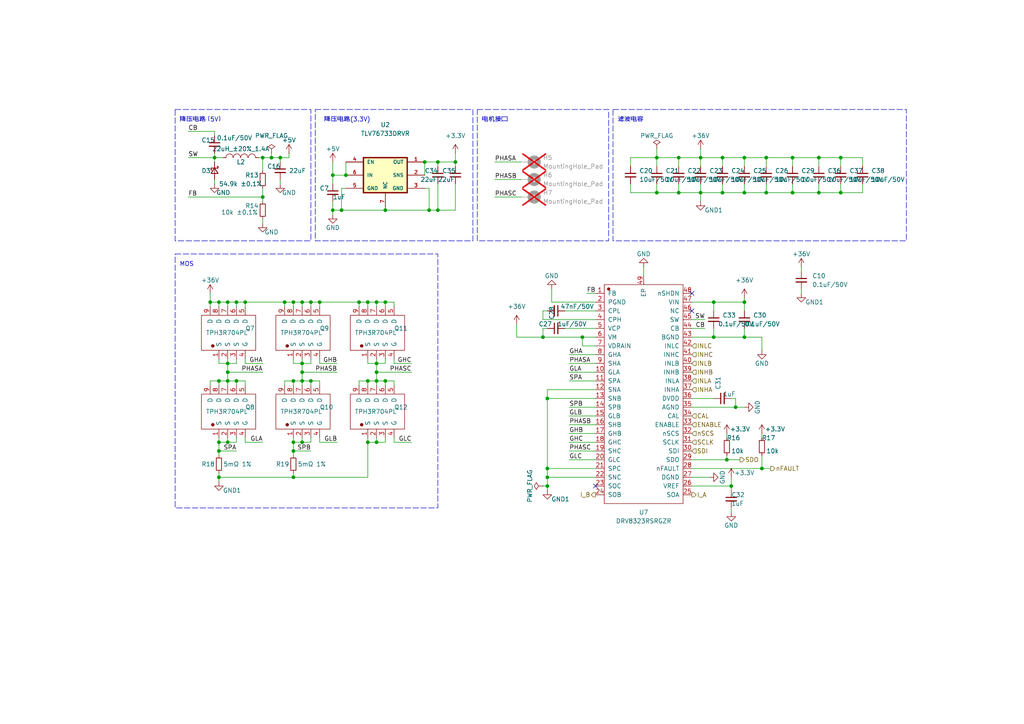
<source format=kicad_sch>
(kicad_sch (version 20250114) (generator "eeschema") (generator_version "9.0")
  (paper "A4")
  (lib_symbols
    (symbol "Library:+3.3V" (power) (pin_numbers (hide yes)) (pin_names (offset 0) (hide yes))
      (property "Value" "+3.3V" (at 0 3.556 0))
      (symbol "+3.3V_1_1"
        (pin power_in line (at 0 0 90) (length 0) (name "~") (number "1"))
      )
    )
    (symbol "Library:+36V" (power) (pin_numbers (hide yes)) (pin_names (offset 0) (hide yes))
      (property "Value" "+36V" (at 0 3.556 0))
      (symbol "+36V_1_1"
        (pin power_in line (at 0 0 90) (length 0) (name "~") (number "1"))
      )
    )
    (symbol "Library:+5V" (power) (pin_numbers (hide yes)) (pin_names (offset 0) (hide yes))
      (property "Value" "+5V" (at 0 3.556 0))
      (symbol "+5V_1_1"
        (pin power_in line (at 0 0 90) (length 0) (name "~") (number "1"))
      )
    )
    (symbol "Library:C_Small" (pin_numbers (hide yes)) (pin_names (offset 0.254) (hide yes))
      (property "Reference" "C" (at 0.254 1.778 0))
      (property "Value" "C_Small" (at 0.254 -2.032 0))
      (symbol "C_Small_1_1"
        (pin passive line (at 0 2.54 270) (length 2.032) (name "~") (number "1"))
        (pin passive line (at 0 -2.54 90) (length 2.032) (name "~") (number "2"))
      )
    )
    (symbol "Library:DRV8323RSRGZR" (pin_names (offset 1.016))
      (property "Reference" "U" (at 0 37.3126 0))
      (property "Value" "DRV8323RSRGZR" (at 0 42.3926 0))
      (symbol "DRV8323RSRGZR_1_1"
        (pin input line (at -13.97 29.21 0) (length 2.54) (name "FB") (number "1"))
        (pin power_in line (at -13.97 26.67 0) (length 2.54) (name "PGND") (number "2"))
        (pin passive line (at -13.97 24.13 0) (length 2.54) (name "CPL") (number "3"))
        (pin passive line (at -13.97 21.59 0) (length 2.54) (name "CPH") (number "4"))
        (pin power_out line (at -13.97 19.05 0) (length 2.54) (name "VCP") (number "5"))
        (pin power_in line (at -13.97 16.51 0) (length 2.54) (name "VM") (number "6"))
        (pin input line (at -13.97 13.97 0) (length 2.54) (name "VDRAIN") (number "7"))
        (pin output line (at -13.97 11.43 0) (length 2.54) (name "GHA") (number "8"))
        (pin input line (at -13.97 8.89 0) (length 2.54) (name "SHA") (number "9"))
        (pin output line (at -13.97 6.35 0) (length 2.54) (name "GLA") (number "10"))
        (pin input line (at -13.97 3.81 0) (length 2.54) (name "SPA") (number "11"))
        (pin input line (at -13.97 1.27 0) (length 2.54) (name "SNA") (number "12"))
        (pin input line (at -13.97 -1.27 0) (length 2.54) (name "SNB") (number "13"))
        (pin input line (at -13.97 -3.81 0) (length 2.54) (name "SPB") (number "14"))
        (pin output line (at -13.97 -6.35 0) (length 2.54) (name "GLB") (number "15"))
        (pin input line (at -13.97 -8.89 0) (length 2.54) (name "SHB") (number "16"))
        (pin output line (at -13.97 -11.43 0) (length 2.54) (name "GHB") (number "17"))
        (pin output line (at -13.97 -13.97 0) (length 2.54) (name "GHC") (number "18"))
        (pin input line (at -13.97 -16.51 0) (length 2.54) (name "SHC") (number "19"))
        (pin output line (at -13.97 -19.05 0) (length 2.54) (name "GLC") (number "20"))
        (pin input line (at -13.97 -21.59 0) (length 2.54) (name "SPC") (number "21"))
        (pin input line (at -13.97 -24.13 0) (length 2.54) (name "SNC") (number "22"))
        (pin output line (at -13.97 -26.67 0) (length 2.54) (name "SOC") (number "23"))
        (pin output line (at -13.97 -29.21 0) (length 2.54) (name "SOB") (number "24"))
        (pin passive line (at 0 34.29 270) (length 2.54) (name "EP") (number "49"))
        (pin input line (at 13.97 29.21 180) (length 2.54) (name "nSHDN") (number "48"))
        (pin power_in line (at 13.97 26.67 180) (length 2.54) (name "VIN") (number "47"))
        (pin passive line (at 13.97 24.13 180) (length 2.54) (name "NC") (number "46"))
        (pin output line (at 13.97 21.59 180) (length 2.54) (name "SW") (number "45"))
        (pin input line (at 13.97 19.05 180) (length 2.54) (name "CB") (number "44"))
        (pin power_in line (at 13.97 16.51 180) (length 2.54) (name "BGND") (number "43"))
        (pin input line (at 13.97 13.97 180) (length 2.54) (name "INLC") (number "42"))
        (pin input line (at 13.97 11.43 180) (length 2.54) (name "INHC") (number "41"))
        (pin input line (at 13.97 8.89 180) (length 2.54) (name "INLB") (number "40"))
        (pin input line (at 13.97 6.35 180) (length 2.54) (name "INHB") (number "39"))
        (pin input line (at 13.97 3.81 180) (length 2.54) (name "INLA") (number "38"))
        (pin input line (at 13.97 1.27 180) (length 2.54) (name "INHA") (number "37"))
        (pin power_out line (at 13.97 -1.27 180) (length 2.54) (name "DVDD") (number "36"))
        (pin power_in line (at 13.97 -3.81 180) (length 2.54) (name "AGND") (number "35"))
        (pin input line (at 13.97 -6.35 180) (length 2.54) (name "CAL") (number "34"))
        (pin input line (at 13.97 -8.89 180) (length 2.54) (name "ENABLE") (number "33"))
        (pin input line (at 13.97 -11.43 180) (length 2.54) (name "nSCS") (number "32"))
        (pin bidirectional line (at 13.97 -13.97 180) (length 2.54) (name "SCLK") (number "31"))
        (pin bidirectional line (at 13.97 -16.51 180) (length 2.54) (name "SDI") (number "30"))
        (pin bidirectional line (at 13.97 -19.05 180) (length 2.54) (name "SDO") (number "29"))
        (pin output line (at 13.97 -21.59 180) (length 2.54) (name "nFAULT") (number "28"))
        (pin power_in line (at 13.97 -24.13 180) (length 2.54) (name "DGND") (number "27"))
        (pin power_in line (at 13.97 -26.67 180) (length 2.54) (name "VREF") (number "26"))
        (pin output line (at 13.97 -29.21 180) (length 2.54) (name "SOA") (number "25"))
      )
    )
    (symbol "Library:D_Schottky_Small" (pin_numbers (hide yes)) (pin_names (offset 0.254) (hide yes))
      (property "Reference" "D" (at -1.27 2.032 0))
      (property "Value" "D_Schottky_Small" (at -7.112 -2.032 0))
      (symbol "D_Schottky_Small_1_1"
        (pin passive line (at -2.54 0 0) (length 1.778) (name "K") (number "1"))
        (pin passive line (at 2.54 0 180) (length 1.778) (name "A") (number "2"))
      )
    )
    (symbol "Library:GND" (power) (pin_numbers (hide yes)) (pin_names (offset 0) (hide yes))
      (property "Value" "GND" (at 0 -3.81 0))
      (symbol "GND_1_1"
        (pin power_in line (at 0 0 270) (length 0) (name "~") (number "1"))
      )
    )
    (symbol "Library:GND1" (power) (pin_numbers (hide yes)) (pin_names (offset 0) (hide yes))
      (property "Value" "GND1" (at 0 -3.81 0))
      (symbol "GND1_1_1"
        (pin power_in line (at 0 0 270) (length 0) (name "~") (number "1"))
      )
    )
    (symbol "Library:LQH5BPB220MT0L_22uH_±20%_1.4A" (pin_numbers (hide yes)) (pin_names (offset 1.016) (hide yes))
      (property "Reference" "L" (at 0 3.6322 0))
      (property "Value" "LQH5BPB220MT0L_22uH_±20%_1.4A" (at 0 8.7122 0))
      (symbol "LQH5BPB220MT0L_22uH_±20%_1.4A_1_1"
        (pin input line (at -5.08 0 0) (length 0.762) (name "1") (number "1"))
        (pin input line (at 5.08 0 180) (length 0.762) (name "2") (number "2"))
      )
    )
    (symbol "Library:MountingHole_Pad" (pin_numbers (hide yes)) (pin_names (offset 1.016) (hide yes)) (exclude_from_sim yes) (in_bom no)
      (property "Reference" "H" (at 0 6.35 0))
      (property "Value" "MountingHole_Pad" (at 0 4.445 0))
      (symbol "MountingHole_Pad_1_1"
        (pin input line (at 0 -2.54 90) (length 2.54) (name "1") (number "1"))
      )
    )
    (symbol "Library:PWR_FLAG" (power) (pin_numbers (hide yes)) (pin_names (offset 0) (hide yes))
      (property "Value" "PWR_FLAG" (at 0 3.81 0))
      (symbol "PWR_FLAG_0_0"
        (pin power_out line (at 0 0 90) (length 0) (name "~") (number "1"))
      )
    )
    (symbol "Library:R_Small" (pin_numbers (hide yes)) (pin_names (offset 0.254) (hide yes))
      (property "Reference" "R" (at 0 0 90))
      (property "Value" "R_Small" (at 1.778 0 90))
      (symbol "R_Small_1_1"
        (pin passive line (at 0 2.54 270) (length 0.762) (name "~") (number "1"))
        (pin passive line (at 0 -2.54 90) (length 0.762) (name "~") (number "2"))
      )
    )
    (symbol "Library:TLV76733DRVR" (pin_names (offset 1.016))
      (property "Reference" "U" (at 0 6.35 0))
      (property "Value" "TLV76733DRVR" (at -20.32 -8.89 0))
      (symbol "TLV76733DRVR_0_0"
        (pin input line (at -11.43 3.81 0) (length 5.08) (name "EN") (number "4"))
        (pin power_in line (at -11.43 -3.81 0) (length 5.08) (name "GND") (number "5"))
        (pin input line (at 11.43 0 180) (length 5.08) (name "SNS") (number "2"))
      )
      (symbol "TLV76733DRVR_1_0"
        (pin power_in line (at -11.43 0 0) (length 5.08) (name "IN") (number "6"))
        (pin passive line (at 0 -10.16 90) (length 5.08) (name "NC") (number "7"))
        (pin power_out line (at 11.43 3.81 180) (length 5.08) (name "OUT") (number "1"))
        (pin power_in line (at 11.43 -3.81 180) (length 5.08) (name "GND") (number "3"))
      )
    )
    (symbol "Library:TPH3R704PL" (pin_names (offset 1.016))
      (property "Reference" "Q" (at 0 11.5062 0))
      (property "Value" "TPH3R704PL" (at 0 16.5862 0))
      (symbol "TPH3R704PL_1_1"
        (pin passive line (at -7.62 3.81 0) (length 2.54) (name "S") (number "1"))
        (pin passive line (at -7.62 1.27 0) (length 2.54) (name "S") (number "2"))
        (pin passive line (at -7.62 -1.27 0) (length 2.54) (name "S") (number "3"))
        (pin input line (at -7.62 -3.81 0) (length 2.54) (name "G") (number "4"))
        (pin passive line (at 7.62 6.35 180) (length 2.54) (name "D") (number "9"))
        (pin passive line (at 7.62 3.81 180) (length 2.54) (name "D") (number "8"))
        (pin passive line (at 7.62 1.27 180) (length 2.54) (name "D") (number "7"))
        (pin passive line (at 7.62 -1.27 180) (length 2.54) (name "D") (number "6"))
        (pin passive line (at 7.62 -3.81 180) (length 2.54) (name "D") (number "5"))
      )
    )
  )
  (rectangle (start 138.43 31.75) (end 176.53 69.85) (stroke (width 0) (type dash)))
  (rectangle (start 91.44 31.75) (end 137.16 69.85) (stroke (width 0) (type dash)))
  (rectangle (start 50.8 73.66) (end 127 147.32) (stroke (width 0) (type dash)))
  (rectangle (start 50.8 31.75) (end 90.17 69.85) (stroke (width 0) (type dash)))
  (rectangle (start 177.8 31.75) (end 262.89 69.85) (stroke (width 0) (type dash)))
  (text "滤波电容" (at 179.07 35.56 0) (effects (font (size 1.27 1.27)) (justify left bottom)))
  (text "降压电路(3.3V)" (at 93.98 35.56 0) (effects (font (size 1.27 1.27)) (justify left bottom)))
  (text "电机接口" (at 139.7 35.56 0) (effects (font (size 1.27 1.27)) (justify left bottom)))
  (text "降压电路（5V）" (at 52.07 35.56 0) (effects (font (size 1.27 1.27)) (justify left bottom)))
  (text "MOS" (at 52.07 77.47 0) (effects (font (size 1.27 1.27)) (justify left bottom)))
  (junction (at 229.87 45.72))
  (junction (at 158.75 138.43))
  (junction (at 85.09 128.27))
  (junction (at 82.55 87.63))
  (junction (at 87.63 105.41))
  (junction (at 96.52 50.8))
  (junction (at 63.5 130.81))
  (junction (at 158.75 115.57))
  (junction (at 99.06 60.96))
  (junction (at 222.25 55.88))
  (junction (at 63.5 110.49))
  (junction (at 212.09 140.97))
  (junction (at 243.84 55.88))
  (junction (at 196.85 55.88))
  (junction (at 190.5 45.72))
  (junction (at 85.09 138.43))
  (junction (at 209.55 55.88))
  (junction (at 132.08 46.99))
  (junction (at 229.87 55.88))
  (junction (at 222.25 45.72))
  (junction (at 62.23 45.72))
  (junction (at 87.63 87.63))
  (junction (at 123.19 46.99))
  (junction (at 104.14 87.63))
  (junction (at 71.12 87.63))
  (junction (at 109.22 105.41))
  (junction (at 106.68 128.27))
  (junction (at 127 46.99))
  (junction (at 87.63 110.49))
  (junction (at 111.76 87.63))
  (junction (at 63.5 128.27))
  (junction (at 196.85 45.72))
  (junction (at 68.58 87.63))
  (junction (at 209.55 45.72))
  (junction (at 96.52 60.96))
  (junction (at 109.22 110.49))
  (junction (at 111.76 110.49))
  (junction (at 207.01 97.79))
  (junction (at 203.2 55.88))
  (junction (at 215.9 87.63))
  (junction (at 215.9 55.88))
  (junction (at 63.5 87.63))
  (junction (at 63.5 138.43))
  (junction (at 237.49 55.88))
  (junction (at 237.49 45.72))
  (junction (at 203.2 45.72))
  (junction (at 81.28 45.72))
  (junction (at 158.75 135.89))
  (junction (at 215.9 45.72))
  (junction (at 90.17 87.63))
  (junction (at 76.2 45.72))
  (junction (at 109.22 107.95))
  (junction (at 111.76 60.96))
  (junction (at 85.09 87.63))
  (junction (at 76.2 57.15))
  (junction (at 106.68 110.49))
  (junction (at 109.22 128.27))
  (junction (at 66.04 110.49))
  (junction (at 220.98 135.89))
  (junction (at 243.84 45.72))
  (junction (at 124.46 60.96))
  (junction (at 85.09 110.49))
  (junction (at 190.5 55.88))
  (junction (at 68.58 110.49))
  (junction (at 87.63 107.95))
  (junction (at 85.09 130.81))
  (junction (at 157.48 97.79))
  (junction (at 90.17 110.49))
  (junction (at 66.04 128.27))
  (junction (at 66.04 87.63))
  (junction (at 207.01 87.63))
  (junction (at 78.74 45.72))
  (junction (at 66.04 105.41))
  (junction (at 109.22 87.63))
  (junction (at 215.9 97.79))
  (junction (at 158.75 140.97))
  (junction (at 106.68 87.63))
  (junction (at 210.82 133.35))
  (junction (at 100.33 50.8))
  (junction (at 168.91 97.79))
  (junction (at 66.04 107.95))
  (junction (at 87.63 128.27))
  (junction (at 213.36 118.11))
  (junction (at 60.96 87.63))
  (junction (at 92.71 87.63))
  (junction (at 127 60.96))
  (no_connect (at 200.66 85.09))
  (no_connect (at 172.72 140.97))
  (no_connect (at 200.66 90.17))
  (wire (pts (xy 85.09 138.43) (xy 63.5 138.43)))
  (wire (pts (xy 165.1 130.81) (xy 172.72 130.81)))
  (wire (pts (xy 106.68 128.27) (xy 106.68 138.43)))
  (wire (pts (xy 109.22 87.63) (xy 109.22 88.9)))
  (wire (pts (xy 157.48 90.17) (xy 157.48 92.71)))
  (wire (pts (xy 186.69 77.47) (xy 186.69 80.01)))
  (wire (pts (xy 87.63 105.41) (xy 90.17 105.41)))
  (wire (pts (xy 76.2 57.15) (xy 76.2 58.42)))
  (wire (pts (xy 66.04 110.49) (xy 66.04 111.76)))
  (wire (pts (xy 111.76 110.49) (xy 111.76 111.76)))
  (wire (pts (xy 157.48 97.79) (xy 149.86 97.79)))
  (wire (pts (xy 82.55 111.76) (xy 82.55 110.49)))
  (wire (pts (xy 158.75 135.89) (xy 172.72 135.89)))
  (wire (pts (xy 63.5 137.16) (xy 63.5 138.43)))
  (wire (pts (xy 220.98 135.89) (xy 200.66 135.89)))
  (wire (pts (xy 229.87 53.34) (xy 229.87 55.88)))
  (wire (pts (xy 71.12 127) (xy 71.12 128.27)))
  (wire (pts (xy 54.61 57.15) (xy 76.2 57.15)))
  (wire (pts (xy 190.5 53.34) (xy 190.5 55.88)))
  (wire (pts (xy 243.84 45.72) (xy 243.84 48.26)))
  (wire (pts (xy 165.1 105.41) (xy 172.72 105.41)))
  (wire (pts (xy 87.63 107.95) (xy 97.79 107.95)))
  (wire (pts (xy 85.09 105.41) (xy 87.63 105.41)))
  (wire (pts (xy 82.55 110.49) (xy 85.09 110.49)))
  (wire (pts (xy 165.1 110.49) (xy 172.72 110.49)))
  (wire (pts (xy 109.22 107.95) (xy 119.38 107.95)))
  (wire (pts (xy 106.68 128.27) (xy 109.22 128.27)))
  (wire (pts (xy 63.5 128.27) (xy 63.5 130.81)))
  (wire (pts (xy 158.75 115.57) (xy 158.75 135.89)))
  (wire (pts (xy 96.52 53.34) (xy 96.52 50.8)))
  (wire (pts (xy 196.85 55.88) (xy 203.2 55.88)))
  (wire (pts (xy 62.23 45.72) (xy 62.23 46.99)))
  (wire (pts (xy 207.01 95.25) (xy 207.01 97.79)))
  (wire (pts (xy 203.2 43.18) (xy 203.2 45.72)))
  (wire (pts (xy 215.9 87.63) (xy 215.9 90.17)))
  (wire (pts (xy 60.96 85.09) (xy 60.96 87.63)))
  (wire (pts (xy 76.2 63.5) (xy 76.2 64.77)))
  (wire (pts (xy 215.9 55.88) (xy 222.25 55.88)))
  (wire (pts (xy 85.09 128.27) (xy 87.63 128.27)))
  (wire (pts (xy 143.51 57.15) (xy 151.13 57.15)))
  (wire (pts (xy 111.76 105.41) (xy 111.76 104.14)))
  (wire (pts (xy 109.22 105.41) (xy 109.22 107.95)))
  (wire (pts (xy 200.66 118.11) (xy 213.36 118.11)))
  (wire (pts (xy 222.25 55.88) (xy 229.87 55.88)))
  (wire (pts (xy 123.19 46.99) (xy 123.19 50.8)))
  (wire (pts (xy 127 60.96) (xy 132.08 60.96)))
  (wire (pts (xy 111.76 127) (xy 111.76 128.27)))
  (wire (pts (xy 87.63 87.63) (xy 87.63 88.9)))
  (wire (pts (xy 63.5 130.81) (xy 63.5 132.08)))
  (wire (pts (xy 203.2 45.72) (xy 203.2 48.26)))
  (wire (pts (xy 63.5 127) (xy 63.5 128.27)))
  (wire (pts (xy 232.41 77.47) (xy 232.41 78.74)))
  (wire (pts (xy 99.06 60.96) (xy 111.76 60.96)))
  (wire (pts (xy 250.19 53.34) (xy 250.19 55.88)))
  (wire (pts (xy 54.61 45.72) (xy 62.23 45.72)))
  (wire (pts (xy 165.1 128.27) (xy 172.72 128.27)))
  (wire (pts (xy 203.2 55.88) (xy 209.55 55.88)))
  (wire (pts (xy 63.5 128.27) (xy 66.04 128.27)))
  (wire (pts (xy 90.17 127) (xy 90.17 128.27)))
  (wire (pts (xy 232.41 83.82) (xy 232.41 85.09)))
  (wire (pts (xy 132.08 53.34) (xy 132.08 60.96)))
  (wire (pts (xy 182.88 55.88) (xy 190.5 55.88)))
  (wire (pts (xy 223.52 135.89) (xy 220.98 135.89)))
  (wire (pts (xy 66.04 105.41) (xy 68.58 105.41)))
  (wire (pts (xy 63.5 104.14) (xy 63.5 105.41)))
  (wire (pts (xy 132.08 44.45) (xy 132.08 46.99)))
  (wire (pts (xy 109.22 87.63) (xy 111.76 87.63)))
  (wire (pts (xy 63.5 105.41) (xy 66.04 105.41)))
  (wire (pts (xy 66.04 87.63) (xy 66.04 88.9)))
  (wire (pts (xy 87.63 110.49) (xy 87.63 111.76)))
  (wire (pts (xy 182.88 48.26) (xy 182.88 45.72)))
  (wire (pts (xy 215.9 97.79) (xy 220.98 97.79)))
  (wire (pts (xy 114.3 110.49) (xy 114.3 111.76)))
  (wire (pts (xy 114.3 127) (xy 114.3 128.27)))
  (wire (pts (xy 158.75 140.97) (xy 158.75 142.24)))
  (wire (pts (xy 209.55 45.72) (xy 209.55 48.26)))
  (wire (pts (xy 143.51 46.99) (xy 151.13 46.99)))
  (wire (pts (xy 76.2 45.72) (xy 78.74 45.72)))
  (wire (pts (xy 172.72 138.43) (xy 158.75 138.43)))
  (wire (pts (xy 96.52 58.42) (xy 96.52 60.96)))
  (wire (pts (xy 62.23 45.72) (xy 62.23 44.45)))
  (wire (pts (xy 82.55 87.63) (xy 85.09 87.63)))
  (wire (pts (xy 78.74 45.72) (xy 81.28 45.72)))
  (wire (pts (xy 196.85 53.34) (xy 196.85 55.88)))
  (wire (pts (xy 92.71 105.41) (xy 97.79 105.41)))
  (wire (pts (xy 81.28 45.72) (xy 83.82 45.72)))
  (wire (pts (xy 124.46 54.61) (xy 124.46 60.96)))
  (wire (pts (xy 158.75 138.43) (xy 158.75 140.97)))
  (wire (pts (xy 85.09 130.81) (xy 85.09 132.08)))
  (wire (pts (xy 92.71 128.27) (xy 97.79 128.27)))
  (wire (pts (xy 66.04 110.49) (xy 68.58 110.49)))
  (wire (pts (xy 214.63 133.35) (xy 210.82 133.35)))
  (wire (pts (xy 143.51 52.07) (xy 151.13 52.07)))
  (wire (pts (xy 196.85 45.72) (xy 203.2 45.72)))
  (wire (pts (xy 81.28 52.07) (xy 81.28 53.34)))
  (wire (pts (xy 132.08 46.99) (xy 127 46.99)))
  (wire (pts (xy 99.06 54.61) (xy 99.06 60.96)))
  (wire (pts (xy 237.49 53.34) (xy 237.49 55.88)))
  (wire (pts (xy 71.12 128.27) (xy 76.2 128.27)))
  (wire (pts (xy 66.04 104.14) (xy 66.04 105.41)))
  (wire (pts (xy 92.71 104.14) (xy 92.71 105.41)))
  (wire (pts (xy 85.09 127) (xy 85.09 128.27)))
  (wire (pts (xy 60.96 88.9) (xy 60.96 87.63)))
  (wire (pts (xy 106.68 105.41) (xy 109.22 105.41)))
  (wire (pts (xy 165.1 102.87) (xy 172.72 102.87)))
  (wire (pts (xy 87.63 107.95) (xy 87.63 110.49)))
  (wire (pts (xy 85.09 128.27) (xy 85.09 130.81)))
  (wire (pts (xy 165.1 118.11) (xy 172.72 118.11)))
  (wire (pts (xy 160.02 87.63) (xy 172.72 87.63)))
  (wire (pts (xy 63.5 110.49) (xy 66.04 110.49)))
  (wire (pts (xy 210.82 133.35) (xy 200.66 133.35)))
  (wire (pts (xy 90.17 87.63) (xy 92.71 87.63)))
  (wire (pts (xy 215.9 86.36) (xy 215.9 87.63)))
  (wire (pts (xy 123.19 54.61) (xy 124.46 54.61)))
  (wire (pts (xy 71.12 87.63) (xy 82.55 87.63)))
  (wire (pts (xy 237.49 45.72) (xy 243.84 45.72)))
  (wire (pts (xy 76.2 49.53) (xy 76.2 45.72)))
  (wire (pts (xy 158.75 135.89) (xy 158.75 138.43)))
  (wire (pts (xy 215.9 97.79) (xy 215.9 95.25)))
  (wire (pts (xy 243.84 53.34) (xy 243.84 55.88)))
  (wire (pts (xy 68.58 130.81) (xy 63.5 130.81)))
  (wire (pts (xy 163.83 90.17) (xy 172.72 90.17)))
  (wire (pts (xy 63.5 110.49) (xy 63.5 111.76)))
  (wire (pts (xy 212.09 147.32) (xy 212.09 148.59)))
  (wire (pts (xy 207.01 87.63) (xy 200.66 87.63)))
  (wire (pts (xy 215.9 87.63) (xy 207.01 87.63)))
  (wire (pts (xy 207.01 97.79) (xy 215.9 97.79)))
  (wire (pts (xy 158.75 113.03) (xy 172.72 113.03)))
  (wire (pts (xy 78.74 44.45) (xy 78.74 45.72)))
  (wire (pts (xy 207.01 87.63) (xy 207.01 90.17)))
  (wire (pts (xy 85.09 87.63) (xy 85.09 88.9)))
  (wire (pts (xy 229.87 45.72) (xy 237.49 45.72)))
  (wire (pts (xy 106.68 87.63) (xy 106.68 88.9)))
  (wire (pts (xy 71.12 110.49) (xy 71.12 111.76)))
  (wire (pts (xy 71.12 104.14) (xy 71.12 105.41)))
  (wire (pts (xy 71.12 87.63) (xy 71.12 88.9)))
  (wire (pts (xy 127 53.34) (xy 127 60.96)))
  (wire (pts (xy 243.84 55.88) (xy 237.49 55.88)))
  (wire (pts (xy 96.52 46.99) (xy 96.52 50.8)))
  (wire (pts (xy 106.68 127) (xy 106.68 128.27)))
  (wire (pts (xy 114.3 87.63) (xy 114.3 88.9)))
  (wire (pts (xy 87.63 127) (xy 87.63 128.27)))
  (wire (pts (xy 106.68 104.14) (xy 106.68 105.41)))
  (wire (pts (xy 250.19 55.88) (xy 243.84 55.88)))
  (wire (pts (xy 215.9 53.34) (xy 215.9 55.88)))
  (wire (pts (xy 209.55 45.72) (xy 215.9 45.72)))
  (wire (pts (xy 114.3 128.27) (xy 119.38 128.27)))
  (wire (pts (xy 215.9 45.72) (xy 215.9 48.26)))
  (wire (pts (xy 85.09 130.81) (xy 90.17 130.81)))
  (wire (pts (xy 106.68 110.49) (xy 109.22 110.49)))
  (wire (pts (xy 163.83 95.25) (xy 172.72 95.25)))
  (wire (pts (xy 210.82 125.73) (xy 210.82 127)))
  (wire (pts (xy 157.48 92.71) (xy 172.72 92.71)))
  (wire (pts (xy 96.52 50.8) (xy 100.33 50.8)))
  (wire (pts (xy 109.22 127) (xy 109.22 128.27)))
  (wire (pts (xy 190.5 45.72) (xy 190.5 48.26)))
  (wire (pts (xy 220.98 125.73) (xy 220.98 127)))
  (wire (pts (xy 85.09 110.49) (xy 87.63 110.49)))
  (wire (pts (xy 209.55 53.34) (xy 209.55 55.88)))
  (wire (pts (xy 92.71 87.63) (xy 104.14 87.63)))
  (wire (pts (xy 220.98 97.79) (xy 220.98 101.6)))
  (wire (pts (xy 158.75 90.17) (xy 157.48 90.17)))
  (wire (pts (xy 132.08 46.99) (xy 132.08 48.26)))
  (wire (pts (xy 104.14 110.49) (xy 106.68 110.49)))
  (wire (pts (xy 92.71 110.49) (xy 92.71 111.76)))
  (wire (pts (xy 68.58 105.41) (xy 68.58 104.14)))
  (wire (pts (xy 210.82 132.08) (xy 210.82 133.35)))
  (wire (pts (xy 114.3 104.14) (xy 114.3 105.41)))
  (wire (pts (xy 106.68 110.49) (xy 106.68 111.76)))
  (wire (pts (xy 68.58 127) (xy 68.58 128.27)))
  (wire (pts (xy 66.04 128.27) (xy 68.58 128.27)))
  (wire (pts (xy 54.61 38.1) (xy 62.23 38.1)))
  (wire (pts (xy 87.63 110.49) (xy 90.17 110.49)))
  (wire (pts (xy 165.1 133.35) (xy 172.72 133.35)))
  (wire (pts (xy 165.1 125.73) (xy 172.72 125.73)))
  (wire (pts (xy 63.5 87.63) (xy 63.5 88.9)))
  (wire (pts (xy 243.84 45.72) (xy 250.19 45.72)))
  (wire (pts (xy 60.96 111.76) (xy 60.96 110.49)))
  (wire (pts (xy 158.75 95.25) (xy 157.48 95.25)))
  (wire (pts (xy 215.9 45.72) (xy 222.25 45.72)))
  (wire (pts (xy 81.28 45.72) (xy 81.28 46.99)))
  (wire (pts (xy 111.76 110.49) (xy 114.3 110.49)))
  (wire (pts (xy 68.58 110.49) (xy 68.58 111.76)))
  (wire (pts (xy 66.04 107.95) (xy 66.04 110.49)))
  (wire (pts (xy 203.2 45.72) (xy 209.55 45.72)))
  (wire (pts (xy 222.25 45.72) (xy 222.25 48.26)))
  (wire (pts (xy 213.36 118.11) (xy 213.36 115.57)))
  (wire (pts (xy 92.71 127) (xy 92.71 128.27)))
  (wire (pts (xy 68.58 87.63) (xy 71.12 87.63)))
  (wire (pts (xy 62.23 38.1) (xy 62.23 39.37)))
  (wire (pts (xy 200.66 97.79) (xy 207.01 97.79)))
  (wire (pts (xy 158.75 113.03) (xy 158.75 115.57)))
  (wire (pts (xy 66.04 127) (xy 66.04 128.27)))
  (wire (pts (xy 190.5 55.88) (xy 196.85 55.88)))
  (wire (pts (xy 149.86 97.79) (xy 149.86 93.98)))
  (wire (pts (xy 213.36 115.57) (xy 212.09 115.57)))
  (wire (pts (xy 100.33 54.61) (xy 99.06 54.61)))
  (wire (pts (xy 63.5 138.43) (xy 63.5 139.7)))
  (wire (pts (xy 63.5 87.63) (xy 66.04 87.63)))
  (wire (pts (xy 68.58 110.49) (xy 71.12 110.49)))
  (wire (pts (xy 109.22 104.14) (xy 109.22 105.41)))
  (wire (pts (xy 170.18 85.09) (xy 172.72 85.09)))
  (wire (pts (xy 109.22 110.49) (xy 109.22 111.76)))
  (wire (pts (xy 76.2 54.61) (xy 76.2 57.15)))
  (wire (pts (xy 85.09 110.49) (xy 85.09 111.76)))
  (wire (pts (xy 90.17 87.63) (xy 90.17 88.9)))
  (wire (pts (xy 222.25 53.34) (xy 222.25 55.88)))
  (wire (pts (xy 87.63 87.63) (xy 90.17 87.63)))
  (wire (pts (xy 212.09 140.97) (xy 212.09 142.24)))
  (wire (pts (xy 229.87 45.72) (xy 229.87 48.26)))
  (wire (pts (xy 168.91 97.79) (xy 157.48 97.79)))
  (wire (pts (xy 203.2 53.34) (xy 203.2 55.88)))
  (wire (pts (xy 165.1 120.65) (xy 172.72 120.65)))
  (wire (pts (xy 158.75 115.57) (xy 172.72 115.57)))
  (wire (pts (xy 190.5 45.72) (xy 196.85 45.72)))
  (wire (pts (xy 106.68 87.63) (xy 109.22 87.63)))
  (wire (pts (xy 168.91 100.33) (xy 168.91 97.79)))
  (wire (pts (xy 104.14 88.9) (xy 104.14 87.63)))
  (wire (pts (xy 213.36 118.11) (xy 215.9 118.11)))
  (wire (pts (xy 66.04 107.95) (xy 76.2 107.95)))
  (wire (pts (xy 85.09 87.63) (xy 87.63 87.63)))
  (wire (pts (xy 237.49 55.88) (xy 229.87 55.88)))
  (wire (pts (xy 85.09 104.14) (xy 85.09 105.41)))
  (wire (pts (xy 90.17 110.49) (xy 90.17 111.76)))
  (wire (pts (xy 111.76 87.63) (xy 111.76 88.9)))
  (wire (pts (xy 71.12 105.41) (xy 76.2 105.41)))
  (wire (pts (xy 90.17 110.49) (xy 92.71 110.49)))
  (wire (pts (xy 87.63 104.14) (xy 87.63 105.41)))
  (wire (pts (xy 209.55 55.88) (xy 215.9 55.88)))
  (wire (pts (xy 106.68 138.43) (xy 85.09 138.43)))
  (wire (pts (xy 200.66 138.43) (xy 205.74 138.43)))
  (wire (pts (xy 109.22 110.49) (xy 111.76 110.49)))
  (wire (pts (xy 96.52 60.96) (xy 96.52 62.23)))
  (wire (pts (xy 66.04 87.63) (xy 68.58 87.63)))
  (wire (pts (xy 160.02 83.82) (xy 160.02 87.63)))
  (wire (pts (xy 237.49 45.72) (xy 237.49 48.26)))
  (wire (pts (xy 182.88 53.34) (xy 182.88 55.88)))
  (wire (pts (xy 68.58 87.63) (xy 68.58 88.9)))
  (wire (pts (xy 109.22 105.41) (xy 111.76 105.41)))
  (wire (pts (xy 82.55 88.9) (xy 82.55 87.63)))
  (wire (pts (xy 85.09 137.16) (xy 85.09 138.43)))
  (wire (pts (xy 87.63 105.41) (xy 87.63 107.95)))
  (wire (pts (xy 165.1 123.19) (xy 172.72 123.19)))
  (wire (pts (xy 90.17 105.41) (xy 90.17 104.14)))
  (wire (pts (xy 62.23 45.72) (xy 64.77 45.72)))
  (wire (pts (xy 172.72 97.79) (xy 168.91 97.79)))
  (wire (pts (xy 212.09 138.43) (xy 212.09 140.97)))
  (wire (pts (xy 62.23 52.07) (xy 62.23 53.34)))
  (wire (pts (xy 104.14 111.76) (xy 104.14 110.49)))
  (wire (pts (xy 111.76 87.63) (xy 114.3 87.63)))
  (wire (pts (xy 200.66 140.97) (xy 212.09 140.97)))
  (wire (pts (xy 220.98 132.08) (xy 220.98 135.89)))
  (wire (pts (xy 60.96 110.49) (xy 63.5 110.49)))
  (wire (pts (xy 157.48 140.97) (xy 158.75 140.97)))
  (wire (pts (xy 190.5 43.18) (xy 190.5 45.72)))
  (wire (pts (xy 83.82 44.45) (xy 83.82 45.72)))
  (wire (pts (xy 124.46 60.96) (xy 127 60.96)))
  (wire (pts (xy 74.93 45.72) (xy 76.2 45.72)))
  (wire (pts (xy 203.2 55.88) (xy 203.2 58.42)))
  (wire (pts (xy 66.04 105.41) (xy 66.04 107.95)))
  (wire (pts (xy 100.33 46.99) (xy 100.33 50.8)))
  (wire (pts (xy 182.88 45.72) (xy 190.5 45.72)))
  (wire (pts (xy 200.66 115.57) (xy 207.01 115.57)))
  (wire (pts (xy 109.22 128.27) (xy 111.76 128.27)))
  (wire (pts (xy 172.72 100.33) (xy 168.91 100.33)))
  (wire (pts (xy 114.3 105.41) (xy 119.38 105.41)))
  (wire (pts (xy 96.52 60.96) (xy 99.06 60.96)))
  (wire (pts (xy 127 46.99) (xy 127 48.26)))
  (wire (pts (xy 87.63 128.27) (xy 90.17 128.27)))
  (wire (pts (xy 157.48 95.25) (xy 157.48 97.79)))
  (wire (pts (xy 104.14 87.63) (xy 106.68 87.63)))
  (wire (pts (xy 109.22 107.95) (xy 109.22 110.49)))
  (wire (pts (xy 222.25 45.72) (xy 229.87 45.72)))
  (wire (pts (xy 165.1 107.95) (xy 172.72 107.95)))
  (wire (pts (xy 204.47 95.25) (xy 200.66 95.25)))
  (wire (pts (xy 250.19 45.72) (xy 250.19 48.26)))
  (wire (pts (xy 60.96 87.63) (xy 63.5 87.63)))
  (wire (pts (xy 92.71 87.63) (xy 92.71 88.9)))
  (wire (pts (xy 204.47 92.71) (xy 200.66 92.71)))
  (wire (pts (xy 123.19 46.99) (xy 127 46.99)))
  (wire (pts (xy 196.85 45.72) (xy 196.85 48.26)))
  (wire (pts (xy 111.76 60.96) (xy 124.46 60.96)))
  (label "GHC" (at 165.1 128.27 0))
  (label "SPB" (at 165.1 118.11 0))
  (label "GLB" (at 97.79 128.27 180))
  (label "PHASC" (at 143.51 57.15 0))
  (label "GLB" (at 165.1 120.65 0))
  (label "GLA" (at 165.1 107.95 0))
  (label "FB" (at 54.61 57.15 0))
  (label "PHASA" (at 76.2 107.95 180))
  (label "PHASB" (at 165.1 123.19 0))
  (label "GHA" (at 165.1 102.87 0))
  (label "PHASB" (at 97.79 107.95 180))
  (label "GHA" (at 76.2 105.41 180))
  (label "GLC" (at 119.38 128.27 180))
  (label "PHASC" (at 119.38 107.95 180))
  (label "CB" (at 204.47 95.25 180))
  (label "SPA" (at 165.1 110.49 0))
  (label "FB" (at 170.18 85.09 0))
  (label "PHASC" (at 165.1 130.81 0))
  (label "GHC" (at 119.38 105.41 180))
  (label "GLC" (at 165.1 133.35 0))
  (label "PHASA" (at 165.1 105.41 0))
  (label "PHASA" (at 143.51 46.99 0))
  (label "SPA" (at 68.58 130.81 180))
  (label "SW" (at 54.61 45.72 0))
  (label "SPB" (at 90.17 130.81 180))
  (label "GHB" (at 97.79 105.41 180))
  (label "CB" (at 54.61 38.1 0))
  (label "PHASB" (at 143.51 52.07 0))
  (label "GLA" (at 76.2 128.27 180))
  (label "GHB" (at 165.1 125.73 0))
  (label "SW" (at 204.47 92.71 180))
  (hierarchical_label "nFAULT" (shape output) (at 223.52 135.89 0))
  (hierarchical_label "INHA" (shape input) (at 200.66 113.03 0))
  (hierarchical_label "CAL" (shape input) (at 200.66 120.65 0))
  (hierarchical_label "INLB" (shape input) (at 200.66 105.41 0))
  (hierarchical_label "SDI" (shape input) (at 200.66 130.81 0))
  (hierarchical_label "SDO" (shape output) (at 214.63 133.35 0))
  (hierarchical_label "INLC" (shape input) (at 200.66 100.33 0))
  (hierarchical_label "nSCS" (shape input) (at 200.66 125.73 0))
  (hierarchical_label "I_A" (shape output) (at 200.66 143.51 0))
  (hierarchical_label "I_B" (shape output) (at 172.72 143.51 180))
  (hierarchical_label "ENABLE" (shape input) (at 200.66 123.19 0))
  (hierarchical_label "INLA" (shape input) (at 200.66 110.49 0))
  (hierarchical_label "SCLK" (shape input) (at 200.66 128.27 0))
  (hierarchical_label "INHC" (shape input) (at 200.66 102.87 0))
  (hierarchical_label "INHB" (shape input) (at 200.66 107.95 0))
  (symbol (lib_id "Library:C_Small") (at 243.84 50.8 0) (unit 1)
    (property "Reference" "C37" (at 246.38 49.5363 0) (effects (justify left)))
    (property "Value" "10uF/50V" (at 246.38 52.0763 0) (effects (justify left)))
    (property "Footprint" "Capacitor_SMD:C_1206_3216Metric_Pad1.33x1.80mm_HandSolder" (effects (hide yes)))
    (property "Description" "Unpolarized capacitor, small symbol" (effects (hide yes)))
  )
  (symbol (lib_id "Library:GND") (at 186.69 77.47 180) (unit 1)
    (property "Reference" "#PWR041" (effects (hide yes)))
    (property "Value" "GND" (at 186.69 73.66 0))
    (property "Description" "Power symbol creates a global label with name \"GND\" , ground" (effects (hide yes)))
  )
  (symbol (lib_id "Library:TPH3R704PL") (at 88.9 119.38 90) (unit 1)
    (property "Reference" "Q10" (at 92.71 118.11 90) (effects (justify right)))
    (property "Value" "TPH3R704PL" (at 81.28 119.38 90) (effects (justify right)))
    (property "Footprint" "Rick_MOSFET:TPHR8504PL,L1Q" (effects (hide yes)))
    (property "Datasheet" "http://www.szlcsc.com/product/details_152884.html" (effects (hide yes)))
    (property "SuppliersPartNumber" "C141553" (effects (hide yes)))
    (property "uuid" "std:6bb27363c8dc477f98ec1e8bba0c8153" (effects (hide yes)))
  )
  (symbol (lib_id "Library:R_Small") (at 220.98 129.54 0) (unit 1)
    (property "Reference" "R17" (at 220.98 127 0) (effects (justify left)))
    (property "Value" "10k" (at 222.25 130.81 0) (effects (justify left)))
    (property "Footprint" "Resistor_SMD:R_0402_1005Metric_Pad0.72x0.64mm_HandSolder" (effects (hide yes)))
    (property "Description" "Resistor, small symbol" (effects (hide yes)))
  )
  (symbol (lib_id "Library:C_Small") (at 212.09 144.78 0) (unit 1)
    (property "Reference" "C32" (at 212.09 143.51 0) (effects (justify left)))
    (property "Value" "1uF" (at 212.09 146.05 0) (effects (justify left)))
    (property "Footprint" "Capacitor_SMD:C_0402_1005Metric_Pad0.74x0.62mm_HandSolder" (effects (hide yes)))
    (property "Description" "Unpolarized capacitor, small symbol" (effects (hide yes)))
  )
  (symbol (lib_id "Library:GND") (at 220.98 101.6 0) (unit 1)
    (property "Reference" "#PWR056" (effects (hide yes)))
    (property "Value" "GND" (at 220.98 105.41 0))
    (property "Description" "Power symbol creates a global label with name \"GND\" , ground" (effects (hide yes)))
  )
  (symbol (lib_id "Library:GND") (at 212.09 148.59 0) (unit 1)
    (property "Reference" "#PWR053" (effects (hide yes)))
    (property "Value" "GND" (at 212.09 152.4 0))
    (property "Description" "Power symbol creates a global label with name \"GND\" , ground" (effects (hide yes)))
  )
  (symbol (lib_id "Library:+5V") (at 83.82 44.45 0) (unit 1)
    (property "Reference" "#PWR040" (effects (hide yes)))
    (property "Value" "+5V" (at 83.82 40.64 0))
    (property "Description" "Power symbol creates a global label with name \"+5V\"" (effects (hide yes)))
  )
  (symbol (lib_id "Library:+36V") (at 215.9 86.36 0) (unit 1)
    (property "Reference" "#PWR054" (effects (hide yes)))
    (property "Value" "+36V" (at 215.9 81.28 0))
    (property "Description" "Power symbol creates a global label with name \"+36V\"" (effects (hide yes)))
  )
  (symbol (lib_id "Library:TLV76733DRVR") (at 111.76 50.8 0) (unit 1)
    (property "Reference" "U2" (at 111.76 36.195 0))
    (property "Value" "TLV76733DRVR" (at 111.76 38.735 0))
    (property "Footprint" "Rick_Regulator_Linear:TLV76733DRVR_SON65P200X200X80-7N" (effects (hide yes)))
    (property "Datasheet" "https://item.szlcsc.com/3046559.html" (effects (hide yes)))
    (property "Description" "Adjustable- and fixed-output, 1-A, 16-V, positive-voltage low-dropout (LDO) linear regulator" (effects (hide yes)))
    (property "MF" "Texas Instruments" (effects (hide yes)))
    (property "Package" "WSON-6 Texas Instruments" (effects (hide yes)))
    (property "Price" "None" (effects (hide yes)))
    (property "SnapEDA_Link" "https://www.snapeda.com/parts/TLV76733DRVR/Texas+Instruments/view-part/?ref=snap" (effects (hide yes)))
    (property "MP" "TLV76733DRVR" (effects (hide yes)))
    (property "Purchase-URL" "https://www.snapeda.com/api/url_track_click_mouser/?unipart_id=3657494&manufacturer=Texas Instruments&part_name=TLV76733DRVR&search_term=tlv76733drvr" (effects (hide yes)))
    (property "Availability" "In Stock" (effects (hide yes)))
    (property "Check_prices" "https://www.snapeda.com/parts/TLV76733DRVR/Texas+Instruments/view-part/?ref=eda" (effects (hide yes)))
  )
  (symbol (lib_id "Library:+3.3V") (at 212.09 138.43 0) (unit 1)
    (property "Reference" "#PWR052" (effects (hide yes)))
    (property "Value" "+3.3V" (at 215.9 137.16 0))
    (property "Description" "Power symbol creates a global label with name \"+3.3V\"" (effects (hide yes)))
  )
  (symbol (lib_id "Library:C_Small") (at 203.2 50.8 0) (unit 1)
    (property "Reference" "C23" (at 205.74 49.5363 0) (effects (justify left)))
    (property "Value" "10uF/50V" (at 205.74 52.0763 0) (effects (justify left)))
    (property "Footprint" "Capacitor_SMD:C_1206_3216Metric_Pad1.33x1.80mm_HandSolder" (effects (hide yes)))
    (property "Description" "Unpolarized capacitor, small symbol" (effects (hide yes)))
  )
  (symbol (lib_id "Library:C_Small") (at 209.55 115.57 90) (unit 1)
    (property "Reference" "C31" (at 208.2863 113.03 0) (effects (justify left)))
    (property "Value" "1uF" (at 213.36 114.3 90) (effects (justify left)))
    (property "Footprint" "Capacitor_SMD:C_0402_1005Metric_Pad0.74x0.62mm_HandSolder" (effects (hide yes)))
    (property "Description" "Unpolarized capacitor, small symbol" (effects (hide yes)))
  )
  (symbol (lib_id "Library:DRV8323RSRGZR") (at 186.69 114.3 0) (unit 1)
    (property "Reference" "U7" (at 186.69 148.59 0))
    (property "Value" "DRV8323RSRGZR" (at 186.69 151.13 0))
    (property "Footprint" "Rick_Drive:DRV8323RS_QFN-48-EP(7x7)" (effects (hide yes)))
    (property "SuppliersPartNumber" "C545497" (effects (hide yes)))
    (property "uuid" "std:9246a3cfbad349459b18dc55fa653e78" (effects (hide yes)))
    (property "Manufacturer" "TI" (effects (hide yes)))
    (property "Manufacturer Product Number" "DRV8323RSRGZR" (effects (hide yes)))
    (property "JLC Part Number" "C545497" (effects (hide yes)))
    (property "JLC URL" "https://item.szlcsc.com/566453.html" (effects (hide yes)))
  )
  (symbol (lib_id "Library:MountingHole_Pad") (at 153.67 46.99 270) (unit 1) (dnp yes)
    (property "Reference" "H5" (at 157.48 45.72 90) (effects (justify left)))
    (property "Value" "MountingHole_Pad" (at 157.48 48.26 90) (effects (justify left)))
    (property "Footprint" "CawDrive_Connector:POWER_PAD" (effects (hide yes)))
    (property "Description" "Mounting Hole with connection" (effects (hide yes)))
  )
  (symbol (lib_id "Library:+3.3V") (at 210.82 125.73 0) (unit 1)
    (property "Reference" "#PWR051" (effects (hide yes)))
    (property "Value" "+3.3V" (at 214.63 124.46 0))
    (property "Description" "Power symbol creates a global label with name \"+3.3V\"" (effects (hide yes)))
  )
  (symbol (lib_id "Library:C_Small") (at 222.25 50.8 0) (unit 1)
    (property "Reference" "C26" (at 224.79 49.5363 0) (effects (justify left)))
    (property "Value" "10uF/50V" (at 224.79 52.0763 0) (effects (justify left)))
    (property "Footprint" "Capacitor_SMD:C_1206_3216Metric_Pad1.33x1.80mm_HandSolder" (effects (hide yes)))
    (property "Description" "Unpolarized capacitor, small symbol" (effects (hide yes)))
  )
  (symbol (lib_id "Library:+36V") (at 149.86 93.98 0) (unit 1)
    (property "Reference" "#PWR047" (effects (hide yes)))
    (property "Value" "+36V" (at 149.86 88.9 0))
    (property "Description" "Power symbol creates a global label with name \"+36V\"" (effects (hide yes)))
  )
  (symbol (lib_id "Library:GND") (at 215.9 118.11 90) (unit 1)
    (property "Reference" "#PWR055" (effects (hide yes)))
    (property "Value" "GND" (at 219.71 118.11 0))
    (property "Description" "Power symbol creates a global label with name \"GND\" , ground" (effects (hide yes)))
  )
  (symbol (lib_id "Library:+36V") (at 203.2 43.18 0) (unit 1)
    (property "Reference" "#PWR045" (effects (hide yes)))
    (property "Value" "+36V" (at 203.2 39.37 0))
    (property "Description" "Power symbol creates a global label with name \"+36V\"" (effects (hide yes)))
  )
  (symbol (lib_id "Library:GND") (at 81.28 53.34 0) (unit 1)
    (property "Reference" "#PWR039" (effects (hide yes)))
    (property "Value" "GND" (at 83.82 55.88 0))
    (property "Description" "Power symbol creates a global label with name \"GND\" , ground" (effects (hide yes)))
  )
  (symbol (lib_id "Library:C_Small") (at 161.29 95.25 90) (unit 1)
    (property "Reference" "C28" (at 160.0263 92.71 0) (effects (justify left)))
    (property "Value" "1uF/50V" (at 170.18 93.98 90) (effects (justify left)))
    (property "Footprint" "Capacitor_SMD:C_0603_1608Metric_Pad1.08x0.95mm_HandSolder" (effects (hide yes)))
    (property "Description" "Unpolarized capacitor, small symbol" (effects (hide yes)))
  )
  (symbol (lib_id "Library:+5V") (at 96.52 46.99 0) (unit 1)
    (property "Reference" "#PWR043" (effects (hide yes)))
    (property "Value" "+5V" (at 96.52 43.18 0))
    (property "Description" "Power symbol creates a global label with name \"+5V\"" (effects (hide yes)))
  )
  (symbol (lib_id "Library:R_Small") (at 210.82 129.54 0) (unit 1)
    (property "Reference" "R16" (at 210.82 127 0) (effects (justify left)))
    (property "Value" "10k" (at 212.09 130.81 0) (effects (justify left)))
    (property "Footprint" "Resistor_SMD:R_0402_1005Metric_Pad0.72x0.64mm_HandSolder" (effects (hide yes)))
    (property "Description" "Resistor, small symbol" (effects (hide yes)))
  )
  (symbol (lib_id "Library:C_Small") (at 196.85 50.8 0) (unit 1)
    (property "Reference" "C22" (at 199.39 49.5363 0) (effects (justify left)))
    (property "Value" "10uF/50V" (at 199.39 52.0763 0) (effects (justify left)))
    (property "Footprint" "Capacitor_SMD:C_1206_3216Metric_Pad1.33x1.80mm_HandSolder" (effects (hide yes)))
    (property "Description" "Unpolarized capacitor, small symbol" (effects (hide yes)))
  )
  (symbol (lib_id "Library:C_Small") (at 182.88 50.8 0) (unit 1)
    (property "Reference" "C20" (at 185.42 49.5363 0) (effects (justify left)))
    (property "Value" "10uF/50V" (at 185.42 52.0763 0) (effects (justify left)))
    (property "Footprint" "Capacitor_SMD:C_1206_3216Metric_Pad1.33x1.80mm_HandSolder" (effects (hide yes)))
    (property "Description" "Unpolarized capacitor, small symbol" (effects (hide yes)))
  )
  (symbol (lib_id "Library:C_Small") (at 237.49 50.8 0) (unit 1)
    (property "Reference" "C36" (at 240.03 49.5363 0) (effects (justify left)))
    (property "Value" "10uF/50V" (at 240.03 52.0763 0) (effects (justify left)))
    (property "Footprint" "Capacitor_SMD:C_1206_3216Metric_Pad1.33x1.80mm_HandSolder" (effects (hide yes)))
    (property "Description" "Unpolarized capacitor, small symbol" (effects (hide yes)))
  )
  (symbol (lib_id "Library:GND") (at 96.52 62.23 0) (unit 1)
    (property "Reference" "#PWR037" (effects (hide yes)))
    (property "Value" "GND" (at 96.52 66.04 0))
    (property "Description" "Power symbol creates a global label with name \"GND\" , ground" (effects (hide yes)))
  )
  (symbol (lib_id "Library:LQH5BPB220MT0L_22uH_±20%_1.4A") (at 69.85 45.72 0) (unit 1)
    (property "Reference" "L2" (at 69.85 46.99 0))
    (property "Value" "22uH_±20%_1.4A" (at 69.85 43.18 0))
    (property "Footprint" "Rick_Inductor:LQH5BPB220MT0L_IND-SMD_L5.0-W5.0" (effects (hide yes)))
    (property "Datasheet" "http://www.szlcsc.com/product/details_236869.html" (effects (hide yes)))
    (property "SuppliersPartNumber" "C237425" (effects (hide yes)))
    (property "uuid" "std:9caca48dd7bd45d6994f62ce2fbe7de4" (effects (hide yes)))
  )
  (symbol (lib_id "Library:GND") (at 62.23 53.34 0) (unit 1)
    (property "Reference" "#PWR036" (effects (hide yes)))
    (property "Value" "GND" (at 64.77 55.88 0))
    (property "Description" "Power symbol creates a global label with name \"GND\" , ground" (effects (hide yes)))
  )
  (symbol (lib_id "Library:C_Small") (at 207.01 92.71 0) (unit 1)
    (property "Reference" "C33" (at 209.55 91.4463 0) (effects (justify left)))
    (property "Value" "0.1uF/50V" (at 208.28 93.98 0) (effects (justify left)))
    (property "Footprint" "Capacitor_SMD:C_0603_1608Metric_Pad1.08x0.95mm_HandSolder" (effects (hide yes)))
    (property "Description" "Unpolarized capacitor, small symbol" (effects (hide yes)))
  )
  (symbol (lib_id "Library:C_Small") (at 215.9 50.8 0) (unit 1)
    (property "Reference" "C25" (at 218.44 49.5363 0) (effects (justify left)))
    (property "Value" "10uF/50V" (at 218.44 52.0763 0) (effects (justify left)))
    (property "Footprint" "Capacitor_SMD:C_1206_3216Metric_Pad1.33x1.80mm_HandSolder" (effects (hide yes)))
    (property "Description" "Unpolarized capacitor, small symbol" (effects (hide yes)))
  )
  (symbol (lib_id "Library:GND1") (at 158.75 142.24 0) (unit 1)
    (property "Reference" "#PWR023" (effects (hide yes)))
    (property "Value" "GND1" (at 162.56 144.78 0))
    (property "Description" "Power symbol creates a global label with name \"GND1\" , ground" (effects (hide yes)))
  )
  (symbol (lib_id "Library:C_Small") (at 127 50.8 0) (unit 1)
    (property "Reference" "C34" (at 123.19 49.53 0) (effects (justify left)))
    (property "Value" "22uF" (at 121.92 52.07 0) (effects (justify left)))
    (property "Footprint" "Capacitor_SMD:C_0603_1608Metric_Pad1.08x0.95mm_HandSolder" (effects (hide yes)))
    (property "Description" "Unpolarized capacitor, small symbol" (effects (hide yes)))
  )
  (symbol (lib_id "Library:TPH3R704PL") (at 67.31 119.38 90) (unit 1)
    (property "Reference" "Q8" (at 71.12 118.11 90) (effects (justify right)))
    (property "Value" "TPH3R704PL" (at 59.69 119.38 90) (effects (justify right)))
    (property "Footprint" "Rick_MOSFET:TPHR8504PL,L1Q" (effects (hide yes)))
    (property "Datasheet" "http://www.szlcsc.com/product/details_152884.html" (effects (hide yes)))
    (property "SuppliersPartNumber" "C141553" (effects (hide yes)))
    (property "uuid" "std:6bb27363c8dc477f98ec1e8bba0c8153" (effects (hide yes)))
  )
  (symbol (lib_id "Library:C_Small") (at 215.9 92.71 0) (unit 1)
    (property "Reference" "C30" (at 218.44 91.4463 0) (effects (justify left)))
    (property "Value" "0.1uF/50V" (at 215.9 93.98 0) (effects (justify left)))
    (property "Footprint" "Capacitor_SMD:C_1206_3216Metric_Pad1.33x1.80mm_HandSolder" (effects (hide yes)))
    (property "Description" "Unpolarized capacitor, small symbol" (effects (hide yes)))
  )
  (symbol (lib_id "Library:+3.3V") (at 132.08 44.45 0) (unit 1)
    (property "Reference" "#PWR061" (effects (hide yes)))
    (property "Value" "+3.3V" (at 132.08 39.37 0))
    (property "Description" "Power symbol creates a global label with name \"+3.3V\"" (effects (hide yes)))
  )
  (symbol (lib_id "Library:C_Small") (at 161.29 90.17 270) (unit 1)
    (property "Reference" "C27" (at 156.21 93.98 90) (effects (justify left)))
    (property "Value" "47nF/50V" (at 162.56 88.9 90) (effects (justify left)))
    (property "Footprint" "Capacitor_SMD:C_0402_1005Metric_Pad0.74x0.62mm_HandSolder" (effects (hide yes)))
    (property "Description" "Unpolarized capacitor, small symbol" (effects (hide yes)))
  )
  (symbol (lib_id "Library:C_Small") (at 229.87 50.8 0) (unit 1)
    (property "Reference" "C29" (at 232.41 49.5363 0) (effects (justify left)))
    (property "Value" "10uF/50V" (at 232.41 52.0763 0) (effects (justify left)))
    (property "Footprint" "Capacitor_SMD:C_1206_3216Metric_Pad1.33x1.80mm_HandSolder" (effects (hide yes)))
    (property "Description" "Unpolarized capacitor, small symbol" (effects (hide yes)))
  )
  (symbol (lib_id "Library:+3.3V") (at 220.98 125.73 0) (unit 1)
    (property "Reference" "#PWR057" (effects (hide yes)))
    (property "Value" "+3.3V" (at 224.79 124.46 0))
    (property "Description" "Power symbol creates a global label with name \"+3.3V\"" (effects (hide yes)))
  )
  (symbol (lib_id "Library:R_Small") (at 85.09 134.62 0) (unit 1)
    (property "Reference" "R19" (at 80.01 134.62 0) (effects (justify left)))
    (property "Value" "5mΩ 1%" (at 86.36 134.62 0) (effects (justify left)))
    (property "Footprint" "Resistor_SMD:R_1210_3225Metric_Pad1.30x2.65mm_HandSolder" (effects (hide yes)))
    (property "Description" "Resistor, small symbol" (effects (hide yes)))
  )
  (symbol (lib_id "Library:TPH3R704PL") (at 110.49 119.38 90) (unit 1)
    (property "Reference" "Q12" (at 114.3 118.11 90) (effects (justify right)))
    (property "Value" "TPH3R704PL" (at 102.87 119.38 90) (effects (justify right)))
    (property "Footprint" "Rick_MOSFET:TPHR8504PL,L1Q" (effects (hide yes)))
    (property "Datasheet" "http://www.szlcsc.com/product/details_152884.html" (effects (hide yes)))
    (property "SuppliersPartNumber" "C141553" (effects (hide yes)))
    (property "uuid" "std:6bb27363c8dc477f98ec1e8bba0c8153" (effects (hide yes)))
  )
  (symbol (lib_id "Library:R_Small") (at 76.2 60.96 0) (unit 1)
    (property "Reference" "R14" (at 71.12 59.69 0) (effects (justify left)))
    (property "Value" "10k ±0.1%" (at 64.135 61.595 0) (effects (justify left)))
    (property "Footprint" "Resistor_SMD:R_0402_1005Metric_Pad0.72x0.64mm_HandSolder" (effects (hide yes)))
    (property "Description" "Resistor, small symbol" (effects (hide yes)))
  )
  (symbol (lib_id "Library:C_Small") (at 132.08 50.8 0) (unit 1)
    (property "Reference" "C35" (at 128.27 49.53 0) (effects (justify left)))
    (property "Value" "22uF" (at 127 52.07 0) (effects (justify left)))
    (property "Footprint" "Capacitor_SMD:C_0603_1608Metric_Pad1.08x0.95mm_HandSolder" (effects (hide yes)))
    (property "Description" "Unpolarized capacitor, small symbol" (effects (hide yes)))
  )
  (symbol (lib_id "Library:MountingHole_Pad") (at 153.67 57.15 270) (unit 1) (dnp yes)
    (property "Reference" "H7" (at 157.48 55.88 90) (effects (justify left)))
    (property "Value" "MountingHole_Pad" (at 157.48 58.42 90) (effects (justify left)))
    (property "Footprint" "CawDrive_Connector:POWER_PAD" (effects (hide yes)))
    (property "Description" "Mounting Hole with connection" (effects (hide yes)))
  )
  (symbol (lib_id "Library:GND") (at 160.02 83.82 180) (unit 1)
    (property "Reference" "#PWR048" (effects (hide yes)))
    (property "Value" "GND" (at 160.02 80.01 0))
    (property "Description" "Power symbol creates a global label with name \"GND\" , ground" (effects (hide yes)))
  )
  (symbol (lib_id "Library:C_Small") (at 232.41 81.28 0) (unit 1)
    (property "Reference" "C10" (at 235.585 80.0163 0) (effects (justify left)))
    (property "Value" "0.1uF/50V" (at 235.585 82.5563 0) (effects (justify left)))
    (property "Footprint" "Capacitor_SMD:C_0402_1005Metric_Pad0.74x0.62mm_HandSolder" (effects (hide yes)))
    (property "Description" "Unpolarized capacitor, small symbol" (effects (hide yes)))
  )
  (symbol (lib_id "Library:R_Small") (at 63.5 134.62 0) (unit 1)
    (property "Reference" "R18" (at 58.42 134.62 0) (effects (justify left)))
    (property "Value" "5mΩ 1%" (at 64.77 134.62 0) (effects (justify left)))
    (property "Footprint" "Resistor_SMD:R_1210_3225Metric_Pad1.30x2.65mm_HandSolder" (effects (hide yes)))
    (property "Description" "Resistor, small symbol" (effects (hide yes)))
  )
  (symbol (lib_id "Library:C_Small") (at 81.28 49.53 0) (unit 1)
    (property "Reference" "C16" (at 77.47 48.26 0) (effects (justify left)))
    (property "Value" "22uF" (at 83.82 49.53 0) (effects (justify left)))
    (property "Footprint" "Capacitor_SMD:C_0603_1608Metric_Pad1.08x0.95mm_HandSolder" (effects (hide yes)))
    (property "Description" "Unpolarized capacitor, small symbol" (effects (hide yes)))
  )
  (symbol (lib_id "Library:PWR_FLAG") (at 157.48 140.97 90) (unit 1)
    (property "Reference" "#FLG03" (effects (hide yes)))
    (property "Value" "PWR_FLAG" (at 153.67 140.97 0))
    (property "Description" "Special symbol for telling ERC where power comes from" (effects (hide yes)))
  )
  (symbol (lib_id "Library:PWR_FLAG") (at 78.74 44.45 0) (unit 1)
    (property "Reference" "#FLG04" (effects (hide yes)))
    (property "Value" "PWR_FLAG" (at 78.74 39.37 0))
    (property "Description" "Special symbol for telling ERC where power comes from" (effects (hide yes)))
  )
  (symbol (lib_id "Library:GND") (at 205.74 138.43 90) (unit 1)
    (property "Reference" "#PWR050" (effects (hide yes)))
    (property "Value" "GND" (at 209.55 138.43 0))
    (property "Description" "Power symbol creates a global label with name \"GND\" , ground" (effects (hide yes)))
  )
  (symbol (lib_id "Library:TPH3R704PL") (at 88.9 96.52 90) (unit 1)
    (property "Reference" "Q9" (at 92.71 95.25 90) (effects (justify right)))
    (property "Value" "TPH3R704PL" (at 81.28 96.52 90) (effects (justify right)))
    (property "Footprint" "Rick_MOSFET:TPHR8504PL,L1Q" (effects (hide yes)))
    (property "Datasheet" "http://www.szlcsc.com/product/details_152884.html" (effects (hide yes)))
    (property "SuppliersPartNumber" "C141553" (effects (hide yes)))
    (property "uuid" "std:6bb27363c8dc477f98ec1e8bba0c8153" (effects (hide yes)))
  )
  (symbol (lib_id "Library:GND1") (at 63.5 139.7 0) (unit 1)
    (property "Reference" "#PWR059" (effects (hide yes)))
    (property "Value" "GND1" (at 67.31 142.24 0))
    (property "Description" "Power symbol creates a global label with name \"GND1\" , ground" (effects (hide yes)))
  )
  (symbol (lib_id "Library:GND1") (at 232.41 85.09 0) (unit 1)
    (property "Reference" "#PWR030" (effects (hide yes)))
    (property "Value" "GND1" (at 236.22 87.63 0))
    (property "Description" "Power symbol creates a global label with name \"GND1\" , ground" (effects (hide yes)))
  )
  (symbol (lib_id "Library:TPH3R704PL") (at 110.49 96.52 90) (unit 1)
    (property "Reference" "Q11" (at 114.3 95.25 90) (effects (justify right)))
    (property "Value" "TPH3R704PL" (at 102.87 96.52 90) (effects (justify right)))
    (property "Footprint" "Rick_MOSFET:TPHR8504PL,L1Q" (effects (hide yes)))
    (property "Datasheet" "http://www.szlcsc.com/product/details_152884.html" (effects (hide yes)))
    (property "SuppliersPartNumber" "C141553" (effects (hide yes)))
    (property "uuid" "std:6bb27363c8dc477f98ec1e8bba0c8153" (effects (hide yes)))
  )
  (symbol (lib_id "Library:C_Small") (at 190.5 50.8 0) (unit 1)
    (property "Reference" "C21" (at 193.04 49.5363 0) (effects (justify left)))
    (property "Value" "10uF/50V" (at 193.04 52.0763 0) (effects (justify left)))
    (property "Footprint" "Capacitor_SMD:C_1206_3216Metric_Pad1.33x1.80mm_HandSolder" (effects (hide yes)))
    (property "Description" "Unpolarized capacitor, small symbol" (effects (hide yes)))
  )
  (symbol (lib_id "Library:R_Small") (at 76.2 52.07 0) (unit 1)
    (property "Reference" "R13" (at 71.12 50.8 0) (effects (justify left)))
    (property "Value" "54.9k ±0.1%" (at 63.5 53.34 0) (effects (justify left)))
    (property "Footprint" "Resistor_SMD:R_0402_1005Metric_Pad0.72x0.64mm_HandSolder" (effects (hide yes)))
    (property "Description" "Resistor, small symbol" (effects (hide yes)))
  )
  (symbol (lib_id "Library:C_Small") (at 96.52 55.88 0) (unit 1)
    (property "Reference" "C7" (at 92.71 54.61 0) (effects (justify left)))
    (property "Value" "1uF" (at 96.52 57.15 0) (effects (justify left)))
    (property "Footprint" "Capacitor_SMD:C_0402_1005Metric_Pad0.74x0.62mm_HandSolder" (effects (hide yes)))
    (property "Description" "Unpolarized capacitor, small symbol" (effects (hide yes)))
  )
  (symbol (lib_id "Library:TPH3R704PL") (at 67.31 96.52 90) (unit 1)
    (property "Reference" "Q7" (at 71.12 95.25 90) (effects (justify right)))
    (property "Value" "TPH3R704PL" (at 59.69 96.52 90) (effects (justify right)))
    (property "Footprint" "Rick_MOSFET:TPHR8504PL,L1Q" (effects (hide yes)))
    (property "Datasheet" "http://www.szlcsc.com/product/details_152884.html" (effects (hide yes)))
    (property "SuppliersPartNumber" "C141553" (effects (hide yes)))
    (property "uuid" "std:6bb27363c8dc477f98ec1e8bba0c8153" (effects (hide yes)))
  )
  (symbol (lib_id "Library:C_Small") (at 250.19 50.8 0) (unit 1)
    (property "Reference" "C38" (at 252.73 49.5363 0) (effects (justify left)))
    (property "Value" "10uF/50V" (at 252.73 52.0763 0) (effects (justify left)))
    (property "Footprint" "Capacitor_SMD:C_1206_3216Metric_Pad1.33x1.80mm_HandSolder" (effects (hide yes)))
    (property "Description" "Unpolarized capacitor, small symbol" (effects (hide yes)))
  )
  (symbol (lib_id "Library:D_Schottky_Small") (at 62.23 49.53 270) (unit 1)
    (property "Reference" "D3" (at 58.42 49.53 90) (effects (justify left)))
    (property "Value" "D_Schottky_Small" (effects (hide yes)))
    (property "Footprint" "Diode_SMD:D_SOD-123" (effects (hide yes)))
    (property "Description" "Schottky diode, small symbol" (effects (hide yes)))
  )
  (symbol (lib_id "Library:GND") (at 76.2 64.77 0) (unit 1)
    (property "Reference" "#PWR038" (effects (hide yes)))
    (property "Value" "GND" (at 78.74 67.31 0))
    (property "Description" "Power symbol creates a global label with name \"GND\" , ground" (effects (hide yes)))
  )
  (symbol (lib_id "Library:+36V") (at 60.96 85.09 0) (unit 1)
    (property "Reference" "#PWR060" (effects (hide yes)))
    (property "Value" "+36V" (at 60.96 81.28 0))
    (property "Description" "Power symbol creates a global label with name \"+36V\"" (effects (hide yes)))
  )
  (symbol (lib_id "Library:MountingHole_Pad") (at 153.67 52.07 270) (unit 1) (dnp yes)
    (property "Reference" "H6" (at 157.48 50.8 90) (effects (justify left)))
    (property "Value" "MountingHole_Pad" (at 157.48 53.34 90) (effects (justify left)))
    (property "Footprint" "CawDrive_Connector:POWER_PAD" (effects (hide yes)))
    (property "Description" "Mounting Hole with connection" (effects (hide yes)))
  )
  (symbol (lib_id "Library:C_Small") (at 209.55 50.8 0) (unit 1)
    (property "Reference" "C24" (at 212.09 49.5363 0) (effects (justify left)))
    (property "Value" "10uF/50V" (at 212.09 52.0763 0) (effects (justify left)))
    (property "Footprint" "Capacitor_SMD:C_1206_3216Metric_Pad1.33x1.80mm_HandSolder" (effects (hide yes)))
    (property "Description" "Unpolarized capacitor, small symbol" (effects (hide yes)))
  )
  (symbol (lib_id "Library:+36V") (at 232.41 77.47 0) (unit 1)
    (property "Reference" "#PWR027" (effects (hide yes)))
    (property "Value" "+36V" (at 232.41 73.66 0))
    (property "Description" "Power symbol creates a global label with name \"+36V\"" (effects (hide yes)))
  )
  (symbol (lib_id "Library:C_Small") (at 62.23 41.91 0) (unit 1)
    (property "Reference" "C15" (at 58.42 40.64 0) (effects (justify left)))
    (property "Value" "0.1uF/50V" (at 62.865 40.005 0) (effects (justify left)))
    (property "Footprint" "Capacitor_SMD:C_0603_1608Metric_Pad1.08x0.95mm_HandSolder" (effects (hide yes)))
    (property "Description" "Unpolarized capacitor, small symbol" (effects (hide yes)))
  )
  (symbol (lib_id "Library:GND1") (at 203.2 58.42 0) (unit 1)
    (property "Reference" "#PWR046" (effects (hide yes)))
    (property "Value" "GND1" (at 207.01 60.96 0))
    (property "Description" "Power symbol creates a global label with name \"GND1\" , ground" (effects (hide yes)))
  )
  (symbol (lib_id "Library:PWR_FLAG") (at 190.5 43.18 0) (unit 1)
    (property "Reference" "#FLG05" (effects (hide yes)))
    (property "Value" "PWR_FLAG" (at 190.5 39.37 0))
    (property "Description" "Special symbol for telling ERC where power comes from" (effects (hide yes)))
  )
)
</source>
